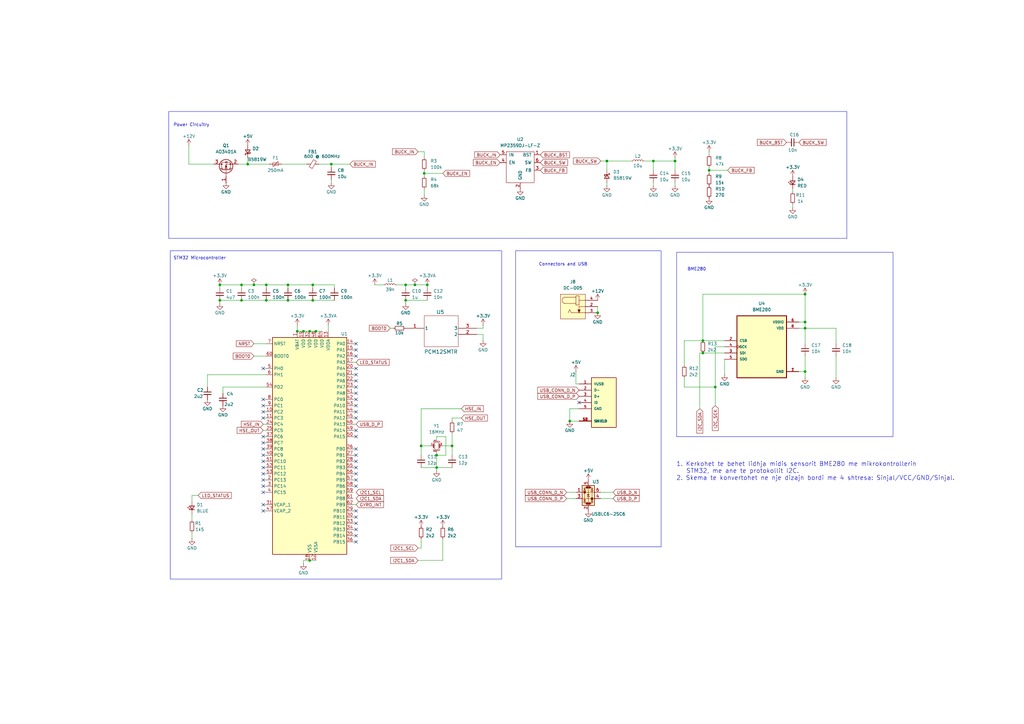
<source format=kicad_sch>
(kicad_sch (version 20250114) (generator "eeschema") (generator_version "9.0")
  (paper "A3")
  (rectangle (start 69.215 45.72) (end 347.345 97.79))
  (rectangle (start 277.495 103.505) (end 366.268 179.07))
  (rectangle (start 211.455 102.87) (end 271.145 224.282))
  (rectangle (start 69.85 102.87) (end 205.74 237.49))
  (text "1. Kerkohet te behet lidhja midis sensorit BME280 me mikrokontrollerin \n   STM32, me ane te protokollit I2C.\n2. Skema te konvertohet ne nje dizajn bordi me 4 shtresa: Sinjal/VCC/GND/Sinjal.\n" (at 277.368 193.294 0) (effects (font (size 1.778 1.778)) (justify left)))
  (text "BME280\n" (at 285.75 110.49 0) (effects (font (size 1.27 1.27))))
  (text "STM32 Microcontroller" (at 71.12 106.68 0) (effects (font (size 1.27 1.27)) (justify left bottom)))
  (text "Connectors and USB" (at 220.98 109.22 0) (effects (font (size 1.27 1.27)) (justify left bottom)))
  (text "Power Circuitry" (at 71.12 52.07 0) (effects (font (size 1.27 1.27)) (justify left bottom)))
  (junction (at 129.54 135.89))
  (junction (at 330.2 120.65))
  (junction (at 99.06 123.19))
  (junction (at 172.72 182.88))
  (junction (at 90.17 123.19))
  (junction (at 179.07 191.77))
  (junction (at 127 229.87))
  (junction (at 173.99 71.12))
  (junction (at 175.26 116.84))
  (junction (at 267.97 66.04))
  (junction (at 166.37 123.19))
  (junction (at 248.92 66.04))
  (junction (at 170.18 116.84))
  (junction (at 233.68 172.72))
  (junction (at 109.22 116.84))
  (junction (at 101.6 67.31))
  (junction (at 118.11 116.84))
  (junction (at 104.14 116.84))
  (junction (at 288.29 144.78))
  (junction (at 293.37 158.75))
  (junction (at 99.06 116.84))
  (junction (at 290.83 69.85))
  (junction (at 276.86 66.04))
  (junction (at 330.2 132.08))
  (junction (at 109.22 123.19))
  (junction (at 330.2 152.4))
  (junction (at 135.89 67.31))
  (junction (at 90.17 116.84))
  (junction (at 288.29 139.7))
  (junction (at 166.37 116.84))
  (junction (at 124.46 135.89))
  (junction (at 245.11 128.27))
  (junction (at 330.2 134.62))
  (junction (at 127 135.89))
  (junction (at 128.27 123.19))
  (junction (at 128.27 116.84))
  (junction (at 118.11 123.19))
  (junction (at 179.07 186.69))
  (junction (at 121.92 135.89))
  (junction (at 185.42 182.88))
  (no_connect (at 146.05 166.37))
  (no_connect (at 107.95 166.37))
  (no_connect (at 107.95 189.23))
  (no_connect (at 146.05 156.21))
  (no_connect (at 107.95 199.39))
  (no_connect (at 107.95 196.85))
  (no_connect (at 107.95 201.93))
  (no_connect (at 107.95 186.69))
  (no_connect (at 146.05 143.51))
  (no_connect (at 146.05 158.75))
  (no_connect (at 146.05 194.31))
  (no_connect (at 107.95 207.01))
  (no_connect (at 107.95 194.31))
  (no_connect (at 146.05 179.07))
  (no_connect (at 107.95 171.45))
  (no_connect (at 146.05 212.09))
  (no_connect (at 146.05 217.17))
  (no_connect (at 146.05 184.15))
  (no_connect (at 107.95 168.91))
  (no_connect (at 146.05 219.71))
  (no_connect (at 107.95 179.07))
  (no_connect (at 146.05 189.23))
  (no_connect (at 107.95 209.55))
  (no_connect (at 146.05 146.05))
  (no_connect (at 146.05 214.63))
  (no_connect (at 107.95 184.15))
  (no_connect (at 146.05 163.83))
  (no_connect (at 146.05 176.53))
  (no_connect (at 107.95 151.13))
  (no_connect (at 107.95 181.61))
  (no_connect (at 146.05 161.29))
  (no_connect (at 146.05 186.69))
  (no_connect (at 146.05 222.25))
  (no_connect (at 146.05 209.55))
  (no_connect (at 146.05 196.85))
  (no_connect (at 146.05 140.97))
  (no_connect (at 107.95 191.77))
  (no_connect (at 146.05 171.45))
  (no_connect (at 146.05 153.67))
  (no_connect (at 146.05 191.77))
  (no_connect (at 146.05 151.13))
  (no_connect (at 107.95 163.83))
  (no_connect (at 237.49 165.1))
  (no_connect (at 146.05 168.91))
  (no_connect (at 146.05 199.39))
  (wire (pts (xy 144.78 153.67) (xy 146.05 153.67)))
  (wire (pts (xy 107.95 201.93) (xy 109.22 201.93)))
  (wire (pts (xy 107.95 163.83) (xy 109.22 163.83)))
  (wire (pts (xy 107.95 207.01) (xy 109.22 207.01)))
  (wire (pts (xy 297.18 142.24) (xy 293.37 142.24)))
  (wire (pts (xy 172.72 167.64) (xy 172.72 182.88)))
  (wire (pts (xy 280.67 139.7) (xy 288.29 139.7)))
  (wire (pts (xy 90.17 116.84) (xy 90.17 118.11)))
  (wire (pts (xy 179.07 180.34) (xy 179.07 179.07)))
  (wire (pts (xy 185.42 177.8) (xy 185.42 182.88)))
  (wire (pts (xy 99.06 116.84) (xy 104.14 116.84)))
  (wire (pts (xy 146.05 161.29) (xy 144.78 161.29)))
  (wire (pts (xy 128.27 118.11) (xy 128.27 116.84)))
  (wire (pts (xy 146.05 163.83) (xy 144.78 163.83)))
  (wire (pts (xy 175.26 116.84) (xy 170.18 116.84)))
  (wire (pts (xy 146.05 148.59) (xy 144.78 148.59)))
  (wire (pts (xy 237.49 167.64) (xy 233.68 167.64)))
  (wire (pts (xy 121.92 135.89) (xy 124.46 135.89)))
  (wire (pts (xy 166.37 116.84) (xy 162.56 116.84)))
  (wire (pts (xy 107.95 171.45) (xy 109.22 171.45)))
  (wire (pts (xy 107.95 199.39) (xy 109.22 199.39)))
  (wire (pts (xy 107.95 196.85) (xy 109.22 196.85)))
  (wire (pts (xy 77.47 59.69) (xy 77.47 67.31)))
  (wire (pts (xy 290.83 63.5) (xy 290.83 62.23)))
  (wire (pts (xy 146.05 209.55) (xy 144.78 209.55)))
  (wire (pts (xy 330.2 152.4) (xy 330.2 146.05)))
  (wire (pts (xy 293.37 142.24) (xy 293.37 158.75)))
  (wire (pts (xy 288.29 139.7) (xy 297.18 139.7)))
  (wire (pts (xy 90.17 124.46) (xy 90.17 123.19)))
  (wire (pts (xy 81.28 203.2) (xy 78.74 203.2)))
  (wire (pts (xy 135.89 68.58) (xy 135.89 67.31)))
  (wire (pts (xy 233.68 172.72) (xy 237.49 172.72)))
  (wire (pts (xy 90.17 123.19) (xy 99.06 123.19)))
  (wire (pts (xy 297.18 147.32) (xy 297.18 153.67)))
  (wire (pts (xy 280.67 158.75) (xy 293.37 158.75)))
  (wire (pts (xy 107.95 181.61) (xy 109.22 181.61)))
  (wire (pts (xy 109.22 123.19) (xy 118.11 123.19)))
  (wire (pts (xy 290.83 69.85) (xy 290.83 71.12)))
  (wire (pts (xy 146.05 207.01) (xy 144.78 207.01)))
  (wire (pts (xy 179.07 193.04) (xy 179.07 191.77)))
  (wire (pts (xy 99.06 118.11) (xy 99.06 116.84)))
  (wire (pts (xy 173.99 71.12) (xy 173.99 69.85)))
  (wire (pts (xy 146.05 171.45) (xy 144.78 171.45)))
  (wire (pts (xy 107.95 179.07) (xy 109.22 179.07)))
  (wire (pts (xy 78.74 213.36) (xy 78.74 210.82)))
  (wire (pts (xy 198.12 137.16) (xy 195.58 137.16)))
  (wire (pts (xy 124.46 231.14) (xy 124.46 229.87)))
  (wire (pts (xy 248.92 69.85) (xy 248.92 66.04)))
  (wire (pts (xy 185.42 171.45) (xy 185.42 172.72)))
  (wire (pts (xy 248.92 66.04) (xy 246.38 66.04)))
  (wire (pts (xy 109.22 118.11) (xy 109.22 116.84)))
  (wire (pts (xy 181.61 71.12) (xy 173.99 71.12)))
  (wire (pts (xy 342.9 146.05) (xy 342.9 154.94)))
  (wire (pts (xy 144.78 151.13) (xy 146.05 151.13)))
  (wire (pts (xy 91.44 161.29) (xy 91.44 158.75)))
  (wire (pts (xy 146.05 196.85) (xy 144.78 196.85)))
  (wire (pts (xy 146.05 184.15) (xy 144.78 184.15)))
  (wire (pts (xy 195.58 134.62) (xy 198.12 134.62)))
  (wire (pts (xy 288.29 120.65) (xy 288.29 139.7)))
  (wire (pts (xy 104.14 146.05) (xy 109.22 146.05)))
  (wire (pts (xy 146.05 217.17) (xy 144.78 217.17)))
  (wire (pts (xy 330.2 132.08) (xy 330.2 134.62)))
  (wire (pts (xy 143.51 201.93) (xy 144.78 201.93)))
  (wire (pts (xy 325.12 78.74) (xy 325.12 77.47)))
  (wire (pts (xy 181.61 182.88) (xy 185.42 182.88)))
  (wire (pts (xy 171.45 229.87) (xy 181.61 229.87)))
  (wire (pts (xy 280.67 149.86) (xy 280.67 139.7)))
  (wire (pts (xy 276.86 64.77) (xy 276.86 66.04)))
  (wire (pts (xy 107.95 173.99) (xy 109.22 173.99)))
  (wire (pts (xy 245.11 125.73) (xy 245.11 128.27)))
  (wire (pts (xy 110.49 67.31) (xy 101.6 67.31)))
  (wire (pts (xy 173.99 80.01) (xy 173.99 77.47)))
  (wire (pts (xy 246.38 204.47) (xy 251.46 204.47)))
  (wire (pts (xy 146.05 199.39) (xy 144.78 199.39)))
  (wire (pts (xy 179.07 185.42) (xy 179.07 186.69)))
  (wire (pts (xy 107.95 166.37) (xy 109.22 166.37)))
  (wire (pts (xy 99.06 123.19) (xy 109.22 123.19)))
  (wire (pts (xy 146.05 222.25) (xy 144.78 222.25)))
  (wire (pts (xy 182.88 179.07) (xy 182.88 186.69)))
  (wire (pts (xy 181.61 229.87) (xy 181.61 220.98)))
  (wire (pts (xy 146.05 191.77) (xy 144.78 191.77)))
  (wire (pts (xy 87.63 67.31) (xy 77.47 67.31)))
  (wire (pts (xy 107.95 189.23) (xy 109.22 189.23)))
  (wire (pts (xy 146.05 194.31) (xy 144.78 194.31)))
  (wire (pts (xy 330.2 134.62) (xy 327.66 134.62)))
  (wire (pts (xy 280.67 154.94) (xy 280.67 158.75)))
  (wire (pts (xy 290.83 69.85) (xy 290.83 68.58)))
  (wire (pts (xy 342.9 134.62) (xy 330.2 134.62)))
  (wire (pts (xy 179.07 186.69) (xy 179.07 191.77)))
  (wire (pts (xy 276.86 66.04) (xy 267.97 66.04)))
  (wire (pts (xy 90.17 116.84) (xy 99.06 116.84)))
  (wire (pts (xy 104.14 140.97) (xy 109.22 140.97)))
  (wire (pts (xy 342.9 140.97) (xy 342.9 134.62)))
  (wire (pts (xy 107.95 168.91) (xy 109.22 168.91)))
  (wire (pts (xy 124.46 135.89) (xy 127 135.89)))
  (wire (pts (xy 85.09 158.75) (xy 85.09 153.67)))
  (wire (pts (xy 128.27 123.19) (xy 137.16 123.19)))
  (wire (pts (xy 109.22 116.84) (xy 118.11 116.84)))
  (wire (pts (xy 287.02 144.78) (xy 287.02 167.64)))
  (wire (pts (xy 146.05 166.37) (xy 144.78 166.37)))
  (wire (pts (xy 171.45 224.79) (xy 172.72 224.79)))
  (wire (pts (xy 143.51 67.31) (xy 135.89 67.31)))
  (wire (pts (xy 276.86 69.85) (xy 276.86 66.04)))
  (wire (pts (xy 170.18 116.84) (xy 166.37 116.84)))
  (wire (pts (xy 85.09 153.67) (xy 109.22 153.67)))
  (wire (pts (xy 97.79 67.31) (xy 101.6 67.31)))
  (wire (pts (xy 118.11 118.11) (xy 118.11 116.84)))
  (wire (pts (xy 78.74 220.98) (xy 78.74 218.44)))
  (wire (pts (xy 236.22 157.48) (xy 237.49 157.48)))
  (wire (pts (xy 134.62 133.35) (xy 134.62 135.89)))
  (wire (pts (xy 146.05 168.91) (xy 144.78 168.91)))
  (wire (pts (xy 287.02 144.78) (xy 288.29 144.78)))
  (wire (pts (xy 276.86 76.2) (xy 276.86 74.93)))
  (wire (pts (xy 146.05 186.69) (xy 144.78 186.69)))
  (wire (pts (xy 330.2 152.4) (xy 330.2 154.94)))
  (wire (pts (xy 171.45 62.23) (xy 173.99 62.23)))
  (wire (pts (xy 160.02 134.62) (xy 161.29 134.62)))
  (wire (pts (xy 172.72 167.64) (xy 189.23 167.64)))
  (wire (pts (xy 144.78 146.05) (xy 146.05 146.05)))
  (wire (pts (xy 330.2 140.97) (xy 330.2 134.62)))
  (wire (pts (xy 107.95 176.53) (xy 109.22 176.53)))
  (wire (pts (xy 330.2 152.4) (xy 327.66 152.4)))
  (wire (pts (xy 173.99 72.39) (xy 173.99 71.12)))
  (wire (pts (xy 182.88 186.69) (xy 179.07 186.69)))
  (wire (pts (xy 259.08 66.04) (xy 248.92 66.04)))
  (wire (pts (xy 233.68 167.64) (xy 233.68 172.72)))
  (wire (pts (xy 179.07 191.77) (xy 185.42 191.77)))
  (wire (pts (xy 78.74 203.2) (xy 78.74 205.74)))
  (wire (pts (xy 267.97 76.2) (xy 267.97 74.93)))
  (wire (pts (xy 298.45 69.85) (xy 290.83 69.85)))
  (wire (pts (xy 288.29 144.78) (xy 297.18 144.78)))
  (wire (pts (xy 107.95 186.69) (xy 109.22 186.69)))
  (wire (pts (xy 179.07 179.07) (xy 182.88 179.07)))
  (wire (pts (xy 236.22 152.4) (xy 236.22 157.48)))
  (wire (pts (xy 101.6 64.77) (xy 101.6 67.31)))
  (wire (pts (xy 118.11 116.84) (xy 128.27 116.84)))
  (wire (pts (xy 107.95 209.55) (xy 109.22 209.55)))
  (wire (pts (xy 144.78 143.51) (xy 146.05 143.51)))
  (wire (pts (xy 198.12 134.62) (xy 198.12 133.35)))
  (wire (pts (xy 246.38 201.93) (xy 251.46 201.93)))
  (wire (pts (xy 91.44 158.75) (xy 109.22 158.75)))
  (wire (pts (xy 172.72 186.69) (xy 172.72 182.88)))
  (wire (pts (xy 232.41 204.47) (xy 236.22 204.47)))
  (wire (pts (xy 127 135.89) (xy 129.54 135.89)))
  (wire (pts (xy 118.11 123.19) (xy 128.27 123.19)))
  (wire (pts (xy 146.05 212.09) (xy 144.78 212.09)))
  (wire (pts (xy 146.05 176.53) (xy 144.78 176.53)))
  (wire (pts (xy 166.37 124.46) (xy 166.37 123.19)))
  (wire (pts (xy 232.41 201.93) (xy 236.22 201.93)))
  (wire (pts (xy 173.99 62.23) (xy 173.99 64.77)))
  (wire (pts (xy 325.12 85.09) (xy 325.12 83.82)))
  (wire (pts (xy 330.2 120.65) (xy 288.29 120.65)))
  (wire (pts (xy 127 229.87) (xy 129.54 229.87)))
  (wire (pts (xy 129.54 135.89) (xy 132.08 135.89)))
  (wire (pts (xy 146.05 214.63) (xy 144.78 214.63)))
  (wire (pts (xy 146.05 173.99) (xy 144.78 173.99)))
  (wire (pts (xy 166.37 123.19) (xy 175.26 123.19)))
  (wire (pts (xy 124.46 229.87) (xy 127 229.87)))
  (wire (pts (xy 146.05 158.75) (xy 144.78 158.75)))
  (wire (pts (xy 107.95 194.31) (xy 109.22 194.31)))
  (wire (pts (xy 146.05 140.97) (xy 144.78 140.97)))
  (wire (pts (xy 175.26 118.11) (xy 175.26 116.84)))
  (wire (pts (xy 172.72 224.79) (xy 172.72 220.98)))
  (wire (pts (xy 189.23 171.45) (xy 185.42 171.45)))
  (wire (pts (xy 153.67 116.84) (xy 157.48 116.84)))
  (wire (pts (xy 146.05 189.23) (xy 144.78 189.23)))
  (wire (pts (xy 267.97 66.04) (xy 264.16 66.04)))
  (wire (pts (xy 172.72 182.88) (xy 176.53 182.88)))
  (wire (pts (xy 135.89 67.31) (xy 130.81 67.31)))
  (wire (pts (xy 146.05 156.21) (xy 144.78 156.21)))
  (wire (pts (xy 107.95 151.13) (xy 109.22 151.13)))
  (wire (pts (xy 137.16 116.84) (xy 137.16 118.11)))
  (wire (pts (xy 107.95 191.77) (xy 109.22 191.77)))
  (wire (pts (xy 248.92 76.2) (xy 248.92 74.93)))
  (wire (pts (xy 293.37 158.75) (xy 293.37 166.37)))
  (wire (pts (xy 179.07 191.77) (xy 172.72 191.77)))
  (wire (pts (xy 267.97 69.85) (xy 267.97 66.04)))
  (wire (pts (xy 121.92 133.35) (xy 121.92 135.89)))
  (wire (pts (xy 104.14 116.84) (xy 109.22 116.84)))
  (wire (pts (xy 146.05 179.07) (xy 144.78 179.07)))
  (wire (pts (xy 135.89 74.93) (xy 135.89 73.66)))
  (wire (pts (xy 327.66 132.08) (xy 330.2 132.08)))
  (wire (pts (xy 107.95 184.15) (xy 109.22 184.15)))
  (wire (pts (xy 146.05 219.71) (xy 144.78 219.71)))
  (wire (pts (xy 166.37 118.11) (xy 166.37 116.84)))
  (wire (pts (xy 185.42 186.69) (xy 185.42 182.88)))
  (wire (pts (xy 115.57 67.31) (xy 125.73 67.31)))
  (wire (pts (xy 330.2 132.08) (xy 330.2 120.65)))
  (wire (pts (xy 128.27 116.84) (xy 137.16 116.84)))
  (wire (pts (xy 198.12 139.7) (xy 198.12 137.16)))
  (global_label "BUCK_SW" (shape input) (at 327.66 58.42 0) (property "Intersheetrefs" "${INTERSHEET_REFS}" (effects (hide yes))))
  (global_label "I2C_SCK" (shape input) (at 293.37 166.37 270) (property "Intersheetrefs" "${INTERSHEET_REFS}" (effects (hide yes))))
  (global_label "I2C1_SDA" (shape input) (at 171.45 229.87 180) (property "Intersheetrefs" "${INTERSHEET_REFS}" (effects (hide yes))))
  (global_label "USB_D_N" (shape input) (at 251.46 201.93 0) (property "Intersheetrefs" "${INTERSHEET_REFS}" (effects (hide yes))))
  (global_label "BOOT0" (shape input) (at 160.02 134.62 180) (property "Intersheetrefs" "${INTERSHEET_REFS}" (effects (hide yes))))
  (global_label "HSE_IN" (shape input) (at 107.95 173.99 180) (property "Intersheetrefs" "${INTERSHEET_REFS}" (effects (hide yes))))
  (global_label "HSE_OUT" (shape input) (at 107.95 176.53 180) (property "Intersheetrefs" "${INTERSHEET_REFS}" (effects (hide yes))))
  (global_label "BOOT0" (shape input) (at 104.14 146.05 180) (property "Intersheetrefs" "${INTERSHEET_REFS}" (effects (hide yes))))
  (global_label "I2C1_SCL" (shape input) (at 146.05 201.93 0) (property "Intersheetrefs" "${INTERSHEET_REFS}" (effects (hide yes))))
  (global_label "BUCK_EN" (shape input) (at 181.61 71.12 0) (property "Intersheetrefs" "${INTERSHEET_REFS}" (effects (hide yes))))
  (global_label "USB_CONN_D_N" (shape input) (at 232.41 201.93 180) (property "Intersheetrefs" "${INTERSHEET_REFS}" (effects (hide yes))))
  (global_label "I2C1_SDA" (shape input) (at 146.05 204.47 0) (property "Intersheetrefs" "${INTERSHEET_REFS}" (effects (hide yes))))
  (global_label "GYRO_INT" (shape input) (at 146.05 207.01 0) (property "Intersheetrefs" "${INTERSHEET_REFS}" (effects (hide yes))))
  (global_label "USB_CONN_D_P" (shape input) (at 232.41 204.47 180) (property "Intersheetrefs" "${INTERSHEET_REFS}" (effects (hide yes))))
  (global_label "BUCK_BST" (shape input) (at 322.58 58.42 180) (property "Intersheetrefs" "${INTERSHEET_REFS}" (effects (hide yes))))
  (global_label "LED_STATUS" (shape input) (at 146.05 148.59 0) (property "Intersheetrefs" "${INTERSHEET_REFS}" (effects (hide yes))))
  (global_label "BUCK_IN" (shape input) (at 143.51 67.31 0) (property "Intersheetrefs" "${INTERSHEET_REFS}" (effects (hide yes))))
  (global_label "I2C1_SCL" (shape input) (at 171.45 224.79 180) (property "Intersheetrefs" "${INTERSHEET_REFS}" (effects (hide yes))))
  (global_label "BUCK_SW" (shape input) (at 221.615 66.675 0) (property "Intersheetrefs" "${INTERSHEET_REFS}" (effects (hide yes))))
  (global_label "HSE_IN" (shape input) (at 189.23 167.64 0) (property "Intersheetrefs" "${INTERSHEET_REFS}" (effects (hide yes))))
  (global_label "NRST" (shape input) (at 104.14 140.97 180) (property "Intersheetrefs" "${INTERSHEET_REFS}" (effects (hide yes))))
  (global_label "I2C_SDA" (shape input) (at 287.02 167.64 270) (property "Intersheetrefs" "${INTERSHEET_REFS}" (effects (hide yes))))
  (global_label "LED_STATUS" (shape input) (at 81.28 203.2 0) (property "Intersheetrefs" "${INTERSHEET_REFS}" (effects (hide yes))))
  (global_label "BUCK_IN" (shape input) (at 171.45 62.23 180) (property "Intersheetrefs" "${INTERSHEET_REFS}" (effects (hide yes))))
  (global_label "HSE_OUT" (shape input) (at 189.23 171.45 0) (property "Intersheetrefs" "${INTERSHEET_REFS}" (effects (hide yes))))
  (global_label "BUCK_SW" (shape input) (at 246.38 66.04 180) (property "Intersheetrefs" "${INTERSHEET_REFS}" (effects (hide yes))))
  (global_label "USB_CONN_D_P" (shape input) (at 237.49 162.56 180) (property "Intersheetrefs" "${INTERSHEET_REFS}" (effects (hide yes))))
  (global_label "BUCK_FB" (shape input) (at 221.615 69.85 0) (property "Intersheetrefs" "${INTERSHEET_REFS}" (effects (hide yes))))
  (global_label "USB_D_P" (shape input) (at 146.05 173.99 0) (property "Intersheetrefs" "${INTERSHEET_REFS}" (effects (hide yes))))
  (global_label "USB_CONN_D_N" (shape input) (at 237.49 160.02 180) (property "Intersheetrefs" "${INTERSHEET_REFS}" (effects (hide yes))))
  (global_label "USB_D_P" (shape input) (at 251.46 204.47 0) (property "Intersheetrefs" "${INTERSHEET_REFS}" (effects (hide yes))))
  (global_label "BUCK_BST" (shape input) (at 221.615 63.5 0) (property "Intersheetrefs" "${INTERSHEET_REFS}" (effects (hide yes))))
  (global_label "BUCK_EN" (shape input) (at 205.105 66.675 180) (property "Intersheetrefs" "${INTERSHEET_REFS}" (effects (hide yes))))
  (global_label "BUCK_FB" (shape input) (at 298.45 69.85 0) (property "Intersheetrefs" "${INTERSHEET_REFS}" (effects (hide yes))))
  (global_label "BUCK_IN" (shape input) (at 205.105 63.5 180) (property "Intersheetrefs" "${INTERSHEET_REFS}" (effects (hide yes))))
  (symbol (lib_id "Device:D_Schottky_Small") (at 101.6 62.23 90) (unit 1)
    (property "Reference" "D2" (at 103.505 60.96 90) (effects (justify right)))
    (property "Value" "B5819W" (at 101.6 65.405 90) (effects (justify right)))
    (property "Footprint" "Diode_SMD:D_SOD-123" (effects (hide yes)))
    (property "LCSC Part #" "C8598" (effects (hide yes)))
  )
  (symbol (lib_id "Device:C_Small") (at 325.12 58.42 270) (unit 1)
    (property "Reference" "C16" (at 323.85 55.245 90) (effects (justify left)))
    (property "Value" "10n" (at 323.215 61.595 90) (effects (justify left)))
    (property "Footprint" "Capacitor_SMD:C_0603_1608Metric" (effects (hide yes)))
    (property "LCSC Part #" "C57112" (effects (hide yes)))
  )
  (symbol (lib_id "power:GND") (at 233.68 172.72 0) (unit 1)
    (property "Reference" "#PWR027" (effects (hide yes)))
    (property "Value" "GND" (at 233.68 176.53 0))
  )
  (symbol (lib_id "Device:C_Small") (at 342.9 143.51 0) (unit 1)
    (property "Reference" "C18" (at 345.44 141.605 0) (effects (justify left)))
    (property "Value" "10n" (at 345.44 144.145 0) (effects (justify left)))
    (property "Footprint" "Capacitor_SMD:C_0402_1005Metric" (effects (hide yes)))
    (property "LCSC Part #" "C1547" (effects (hide yes)))
  )
  (symbol (lib_id "Device:C_Small") (at 185.42 189.23 0) (unit 1)
    (property "Reference" "C13" (at 187.96 187.325 0) (effects (justify left)))
    (property "Value" "12p" (at 187.96 189.865 0) (effects (justify left)))
    (property "Footprint" "Capacitor_SMD:C_0402_1005Metric" (effects (hide yes)))
    (property "LCSC Part #" "C1547" (effects (hide yes)))
  )
  (symbol (lib_id "power:+3.3V") (at 90.17 116.84 0) (unit 1)
    (property "Reference" "#PWR03" (effects (hide yes)))
    (property "Value" "+3.3V" (at 90.17 113.03 0))
  )
  (symbol (lib_id "Device:C_Small") (at 137.16 120.65 0) (unit 1)
    (property "Reference" "C9" (at 139.7 119.38 0) (effects (justify left)))
    (property "Value" "100n" (at 139.7 121.92 0) (effects (justify left)))
    (property "Footprint" "Capacitor_SMD:C_0402_1005Metric" (effects (hide yes)))
    (property "LCSC Part #" "C1525" (effects (hide yes)))
  )
  (symbol (lib_id "power:GND") (at 90.17 124.46 0) (unit 1)
    (property "Reference" "#PWR04" (effects (hide yes)))
    (property "Value" "GND" (at 90.17 128.27 0))
  )
  (symbol (lib_id "Device:R_Small") (at 173.99 67.31 0) (unit 1)
    (property "Reference" "R3" (at 176.53 66.04 0) (effects (justify left)))
    (property "Value" "100k" (at 176.53 68.58 0) (effects (justify left)))
    (property "Footprint" "Resistor_SMD:R_0603_1608Metric" (effects (hide yes)))
    (property "LCSC Part #" "C25803" (effects (hide yes)))
  )
  (symbol (lib_id "power:GND") (at 248.92 76.2 0) (unit 1)
    (property "Reference" "#PWR029" (effects (hide yes)))
    (property "Value" "GND" (at 248.92 80.01 0))
  )
  (symbol (lib_id "power:+3.3V") (at 276.86 64.77 0) (unit 1)
    (property "Reference" "#PWR031" (effects (hide yes)))
    (property "Value" "+3.3V" (at 276.86 60.96 0))
  )
  (symbol (lib_id "Device:R_Small") (at 181.61 218.44 0) (unit 1)
    (property "Reference" "R6" (at 183.515 217.17 0) (effects (justify left)))
    (property "Value" "2k2" (at 183.515 219.71 0) (effects (justify left)))
    (property "Footprint" "Resistor_SMD:R_0402_1005Metric" (effects (hide yes)))
    (property "LCSC Part #" "C25879" (effects (hide yes)))
  )
  (symbol (lib_id "SchmillipKiCADLibrary:MP2359DJ-LF-Z") (at 213.36 69.85 0) (unit 1)
    (property "Reference" "U2" (at 213.36 57.15 0))
    (property "Value" "MP2359DJ-LF-Z" (at 213.36 59.69 0))
    (property "Footprint" "Package_TO_SOT_SMD:SOT-23-6" (effects (hide yes)))
    (property "LCSC Part #" "C14259" (effects (hide yes)))
  )
  (symbol (lib_id "power:GND") (at 166.37 124.46 0) (unit 1)
    (property "Reference" "#PWR014" (effects (hide yes)))
    (property "Value" "GND" (at 166.37 128.27 0))
  )
  (symbol (lib_id "Device:L_Small") (at 261.62 66.04 90) (unit 1)
    (property "Reference" "L2" (at 261.62 64.135 90))
    (property "Value" "10u" (at 261.62 67.945 90))
    (property "Footprint" "SPM6530T-100M-HZ:IND_SPM6530T-100M-HZ" (effects (hide yes)))
    (property "Description" "TDK SPM6530T-100M-HZ" (effects (hide yes)))
    (property "LCSC Part #" "C360728" (effects (hide yes)))
  )
  (symbol (lib_id "Device:R_Small") (at 280.67 152.4 0) (unit 1)
    (property "Reference" "R12" (at 282.575 151.13 0) (effects (justify left)))
    (property "Value" "2k2" (at 282.575 153.67 0) (effects (justify left)))
    (property "Footprint" "Resistor_SMD:R_0402_1005Metric" (effects (hide yes)))
    (property "LCSC Part #" "C25879" (effects (hide yes)))
  )
  (symbol (lib_id "power:+12V") (at 77.47 59.69 0) (unit 1)
    (property "Reference" "#PWR01" (effects (hide yes)))
    (property "Value" "+12V" (at 77.47 55.88 0))
  )
  (symbol (lib_id "power:GND") (at 135.89 74.93 0) (unit 1)
    (property "Reference" "#PWR012" (effects (hide yes)))
    (property "Value" "GND" (at 135.89 78.74 0))
  )
  (symbol (lib_id "power:GND") (at 91.44 166.37 0) (unit 1)
    (property "Reference" "#PWR07" (effects (hide yes)))
    (property "Value" "GND" (at 91.44 170.18 0))
  )
  (symbol (lib_id "Device:C_Small") (at 128.27 120.65 0) (unit 1)
    (property "Reference" "C7" (at 130.81 119.38 0) (effects (justify left)))
    (property "Value" "100n" (at 130.81 121.92 0) (effects (justify left)))
    (property "Footprint" "Capacitor_SMD:C_0402_1005Metric" (effects (hide yes)))
    (property "LCSC Part #" "C1525" (effects (hide yes)))
  )
  (symbol (lib_id "Device:C_Small") (at 267.97 72.39 0) (unit 1)
    (property "Reference" "C14" (at 270.51 71.12 0) (effects (justify left)))
    (property "Value" "10u" (at 270.51 73.66 0) (effects (justify left)))
    (property "Footprint" "Capacitor_SMD:C_1206_3216Metric" (effects (hide yes)))
    (property "LCSC Part #" "C13585" (effects (hide yes)))
  )
  (symbol (lib_id "Device:C_Small") (at 109.22 120.65 0) (unit 1)
    (property "Reference" "C5" (at 111.76 119.38 0) (effects (justify left)))
    (property "Value" "100n" (at 111.76 121.92 0) (effects (justify left)))
    (property "Footprint" "Capacitor_SMD:C_0402_1005Metric" (effects (hide yes)))
    (property "LCSC Part #" "C1525" (effects (hide yes)))
  )
  (symbol (lib_id "Device:Polyfuse_Small") (at 113.03 67.31 270) (unit 1)
    (property "Reference" "F1" (at 113.03 64.77 90))
    (property "Value" "250mA" (at 113.03 69.85 90))
    (property "Footprint" "Fuse:Fuse_1206_3216Metric" (effects (hide yes)))
    (property "LCSC Part #" "C369159" (effects (hide yes)))
  )
  (symbol (lib_id "Device:Ferrite_Bead_Small") (at 128.27 67.31 270) (unit 1)
    (property "Reference" "FB1" (at 128.27 62.23 90))
    (property "Value" "600 @ 600MHz" (at 132.08 64.135 90))
    (property "Footprint" "Inductor_SMD:L_0805_2012Metric" (effects (hide yes)))
    (property "LCSC Part #" "C1017" (effects (hide yes)))
  )
  (symbol (lib_id "power:+5V") (at 236.22 152.4 0) (unit 1)
    (property "Reference" "#PWR028" (effects (hide yes)))
    (property "Value" "+5V" (at 236.22 148.59 0))
  )
  (symbol (lib_id "Device:R_Small") (at 185.42 175.26 0) (unit 1)
    (property "Reference" "R7" (at 187.325 173.99 0) (effects (justify left)))
    (property "Value" "47" (at 187.325 176.53 0) (effects (justify left)))
    (property "Footprint" "Resistor_SMD:R_0402_1005Metric" (effects (hide yes)))
    (property "LCSC Part #" "C25118" (effects (hide yes)))
  )
  (symbol (lib_id "power:GND") (at 297.18 153.67 0) (unit 1)
    (property "Reference" "#PWR034" (effects (hide yes)))
    (property "Value" "GND" (at 297.18 157.48 0))
  )
  (symbol (lib_id "power:GND") (at 198.12 139.7 0) (unit 1)
    (property "Reference" "#PWR021" (effects (hide yes)))
    (property "Value" "GND" (at 198.12 143.51 0))
  )
  (symbol (lib_id "power:GND") (at 85.09 163.83 0) (unit 1)
    (property "Reference" "#PWR05" (effects (hide yes)))
    (property "Value" "GND" (at 85.09 167.64 0))
  )
  (symbol (lib_id "power:+3.3V") (at 181.61 215.9 0) (unit 1)
    (property "Reference" "#PWR019" (effects (hide yes)))
    (property "Value" "+3.3V" (at 181.61 212.09 0))
  )
  (symbol (lib_id "Device:C_Small") (at 175.26 120.65 0) (unit 1)
    (property "Reference" "C12" (at 177.8 119.38 0) (effects (justify left)))
    (property "Value" "10n" (at 177.8 121.92 0) (effects (justify left)))
    (property "Footprint" "Capacitor_SMD:C_0402_1005Metric" (effects (hide yes)))
    (property "LCSC Part #" "C15195" (effects (hide yes)))
  )
  (symbol (lib_id "power:GND") (at 267.97 76.2 0) (unit 1)
    (property "Reference" "#PWR030" (effects (hide yes)))
    (property "Value" "GND" (at 267.97 80.01 0))
  )
  (symbol (lib_id "power:GND") (at 124.46 231.14 0) (unit 1)
    (property "Reference" "#PWR010" (effects (hide yes)))
    (property "Value" "GND" (at 124.46 234.95 0))
  )
  (symbol (lib_id "10118193-0001LF:10118193-0001LF") (at 247.65 165.1 0) (unit 1)
    (property "Reference" "J2" (at 233.68 153.6699 0) (effects (justify left)))
    (property "Value" "10118193-0001LF" (effects (hide yes)))
    (property "Footprint" "10118193-0001LF:AMPHENOL_10118193-0001LF" (effects (hide yes)))
    (property "MF" "AMPHENOL ICC / FCI" (effects (hide yes)))
    (property "MAXIMUM_PACKAGE_HEIGHT" "2.55 mm" (effects (hide yes)))
    (property "Package" "None" (effects (hide yes)))
    (property "Price" "None" (effects (hide yes)))
    (property "Check_prices" "https://www.snapeda.com/parts/10118193-0001LF/Amphenol/view-part/?ref=eda" (effects (hide yes)))
    (property "STANDARD" "Manufacturer Recommendations" (effects (hide yes)))
    (property "PARTREV" "E" (effects (hide yes)))
    (property "SnapEDA_Link" "https://www.snapeda.com/parts/10118193-0001LF/Amphenol/view-part/?ref=snap" (effects (hide yes)))
    (property "MP" "10118193-0001LF" (effects (hide yes)))
    (property "Description_1" "\n                        \n                            Right Angle Surface Mount Mount Female USB Connector 100 V ac 1.8A | Amphenol FCI (Amphenol CS) 10118193-0001LF\n                        \n" (effects (hide yes)))
    (property "Availability" "In Stock" (effects (hide yes)))
    (property "MANUFACTURER" "Amphenol FCI" (effects (hide yes)))
  )
  (symbol (lib_id "power:PWR_FLAG") (at 104.14 116.84 0) (unit 1)
    (property "Reference" "#FLG01" (effects (hide yes)))
    (property "Value" "PWR_FLAG" (effects (hide yes)))
    (property "Description" "Special symbol for telling ERC where power comes from" (effects (hide yes)))
  )
  (symbol (lib_id "Device:C_Small") (at 85.09 161.29 0) (unit 1)
    (property "Reference" "C2" (at 80.772 160.02 0) (effects (justify left)))
    (property "Value" "2u2" (at 79.502 162.56 0) (effects (justify left)))
    (property "Footprint" "Capacitor_SMD:C_0603_1608Metric" (effects (hide yes)))
    (property "LCSC Part #" "C23630" (effects (hide yes)))
  )
  (symbol (lib_id "Device:LED_Small") (at 78.74 208.28 90) (unit 1)
    (property "Reference" "D1" (at 80.645 207.01 90) (effects (justify right)))
    (property "Value" "BLUE" (at 80.645 209.55 90) (effects (justify right)))
    (property "Footprint" "LED_SMD:LED_0603_1608Metric" (effects (hide yes)))
    (property "LCSC Part #" "C72041" (effects (hide yes)))
  )
  (symbol (lib_id "Device:R_Small") (at 325.12 81.28 180) (unit 1)
    (property "Reference" "R11" (at 328.295 80.01 0))
    (property "Value" "1k" (at 328.295 82.55 0))
    (property "Footprint" "Resistor_SMD:R_0603_1608Metric" (effects (hide yes)))
    (property "LCSC Part #" "C21190" (effects (hide yes)))
  )
  (symbol (lib_id "Device:L_Small") (at 160.02 116.84 90) (unit 1)
    (property "Reference" "L1" (at 160.02 114.935 90))
    (property "Value" "39n" (at 160.02 118.745 90))
    (property "Footprint" "Inductor_SMD:L_0402_1005Metric" (effects (hide yes)))
    (property "LCSC Part #" "C26443" (effects (hide yes)))
  )
  (symbol (lib_id "Device:R_Small") (at 288.29 142.24 0) (unit 1)
    (property "Reference" "R13" (at 290.195 140.97 0) (effects (justify left)))
    (property "Value" "2k2" (at 290.195 143.51 0) (effects (justify left)))
    (property "Footprint" "Resistor_SMD:R_0402_1005Metric" (effects (hide yes)))
    (property "LCSC Part #" "C25879" (effects (hide yes)))
  )
  (symbol (lib_id "power:+3.3V") (at 290.83 62.23 0) (unit 1)
    (property "Reference" "#PWR037" (effects (hide yes)))
    (property "Value" "+3.3V" (at 290.83 58.42 0))
  )
  (symbol (lib_id "power:+3.3VA") (at 134.62 133.35 0) (unit 1)
    (property "Reference" "#PWR011" (effects (hide yes)))
    (property "Value" "+3.3VA" (at 134.62 129.54 0))
  )
  (symbol (lib_id "power:GND") (at 330.2 154.94 0) (unit 1)
    (property "Reference" "#PWR025" (effects (hide yes)))
    (property "Value" "GND" (at 330.2 158.75 0))
  )
  (symbol (lib_id "power:GND") (at 245.11 128.27 0) (unit 1)
    (property "Reference" "#PWR024" (effects (hide yes)))
    (property "Value" "GND" (at 245.11 132.08 0))
  )
  (symbol (lib_id "Device:R_Small") (at 290.83 66.04 0) (unit 1)
    (property "Reference" "R8" (at 293.37 64.77 0) (effects (justify left)))
    (property "Value" "47k" (at 293.37 67.31 0) (effects (justify left)))
    (property "Footprint" "Resistor_SMD:R_0603_1608Metric" (effects (hide yes)))
    (property "LCSC Part #" "C25819" (effects (hide yes)))
  )
  (symbol (lib_id "Device:C_Small") (at 330.2 143.51 0) (unit 1)
    (property "Reference" "C17" (at 332.74 141.605 0) (effects (justify left)))
    (property "Value" "10n" (at 332.74 144.145 0) (effects (justify left)))
    (property "Footprint" "Capacitor_SMD:C_0402_1005Metric" (effects (hide yes)))
    (property "LCSC Part #" "C1547" (effects (hide yes)))
  )
  (symbol (lib_id "Device:C_Small") (at 172.72 189.23 0) (unit 1)
    (property "Reference" "C11" (at 175.26 187.325 0) (effects (justify left)))
    (property "Value" "12p" (at 175.26 189.865 0) (effects (justify left)))
    (property "Footprint" "Capacitor_SMD:C_0402_1005Metric" (effects (hide yes)))
    (property "LCSC Part #" "C1547" (effects (hide yes)))
  )
  (symbol (lib_id "power:+3.3VA") (at 175.26 116.84 0) (unit 1)
    (property "Reference" "#PWR017" (effects (hide yes)))
    (property "Value" "+3.3VA" (at 175.26 113.03 0))
  )
  (symbol (lib_id "power:+3.3V") (at 325.12 72.39 0) (unit 1)
    (property "Reference" "#PWR042" (effects (hide yes)))
    (property "Value" "+3.3V" (at 325.12 68.58 0))
  )
  (symbol (lib_id "Device:C_Small") (at 118.11 120.65 0) (unit 1)
    (property "Reference" "C6" (at 120.65 119.38 0) (effects (justify left)))
    (property "Value" "100n" (at 120.65 121.92 0) (effects (justify left)))
    (property "Footprint" "Capacitor_SMD:C_0402_1005Metric" (effects (hide yes)))
    (property "LCSC Part #" "C1525" (effects (hide yes)))
  )
  (symbol (lib_id "power:+5V") (at 101.6 59.69 0) (unit 1)
    (property "Reference" "#PWR08" (effects (hide yes)))
    (property "Value" "+5V" (at 101.6 55.88 0))
  )
  (symbol (lib_id "Device:C_Small") (at 166.37 120.65 0) (unit 1)
    (property "Reference" "C10" (at 168.91 119.38 0) (effects (justify left)))
    (property "Value" "1u" (at 168.91 121.92 0) (effects (justify left)))
    (property "Footprint" "Capacitor_SMD:C_0402_1005Metric" (effects (hide yes)))
    (property "LCSC Part #" "C52923" (effects (hide yes)))
  )
  (symbol (lib_id "power:+5V") (at 241.3 196.85 0) (unit 1)
    (property "Reference" "#PWR039" (effects (hide yes)))
    (property "Value" "+5V" (at 241.3 193.04 0))
  )
  (symbol (lib_id "power:GND") (at 276.86 76.2 0) (unit 1)
    (property "Reference" "#PWR032" (effects (hide yes)))
    (property "Value" "GND" (at 276.86 80.01 0))
  )
  (symbol (lib_id "Power_Protection:USBLC6-2SC6") (at 241.3 201.93 0) (unit 1)
    (property "Reference" "U3" (at 244.348 197.612 0))
    (property "Value" "USBLC6-2SC6" (at 249.555 210.82 0))
    (property "Footprint" "Package_TO_SOT_SMD:SOT-23-6" (effects (hide yes)))
    (property "Datasheet" "https://www.st.com/resource/en/datasheet/usblc6-2.pdf" (effects (hide yes)))
    (property "LCSC Part #" "C7519" (effects (hide yes)))
  )
  (symbol (lib_id "2024-11-09_23-25-21:PCM12SMTR") (at 166.37 134.62 0) (unit 1)
    (property "Reference" "U5" (at 180.594 128.016 0) (effects (font (size 1.524 1.524))))
    (property "Value" "PCM12SMTR" (at 180.848 144.272 0) (effects (font (size 1.524 1.524))))
    (property "Footprint" "KiCad:PCM12SMTR" (effects (hide yes)))
    (property "Datasheet" "PCM12SMTR" (effects (hide yes)))
  )
  (symbol (lib_id "MCU_ST_STM32F4:STM32F405RGTx") (at 127 184.15 0) (unit 1)
    (property "Reference" "U1" (at 141.224 136.906 0))
    (property "Value" "STM32F405RGT6" (effects (hide yes)))
    (property "Footprint" "Package_QFP:LQFP-64_10x10mm_P0.5mm" (effects (hide yes)))
    (property "Datasheet" "http://www.st.com/st-web-ui/static/active/en/resource/technical/document/datasheet/DM00037051.pdf" (effects (hide yes)))
    (property "LCSC Part #" "C15742" (effects (hide yes)))
  )
  (symbol (lib_id "power:+3.3V") (at 153.67 116.84 0) (unit 1)
    (property "Reference" "#PWR013" (effects (hide yes)))
    (property "Value" "+3.3V" (at 153.67 113.03 0))
  )
  (symbol (lib_id "power:+5V") (at 330.2 120.65 0) (unit 1)
    (property "Reference" "#PWR033" (effects (hide yes)))
    (property "Value" "+3.3V" (at 330.2 116.84 0))
  )
  (symbol (lib_id "power:+3.3V") (at 121.92 133.35 0) (unit 1)
    (property "Reference" "#PWR09" (effects (hide yes)))
    (property "Value" "+3.3V" (at 121.92 129.54 0))
  )
  (symbol (lib_id "Device:R_Small") (at 290.83 73.66 0) (unit 1)
    (property "Reference" "R9" (at 293.37 72.39 0) (effects (justify left)))
    (property "Value" "15k" (at 293.37 74.93 0) (effects (justify left)))
    (property "Footprint" "Resistor_SMD:R_0603_1608Metric" (effects (hide yes)))
    (property "LCSC Part #" "C22809" (effects (hide yes)))
  )
  (symbol (lib_id "Device:R_Small") (at 173.99 74.93 0) (unit 1)
    (property "Reference" "R4" (at 176.53 73.66 0) (effects (justify left)))
    (property "Value" "68k" (at 176.53 76.2 0) (effects (justify left)))
    (property "Footprint" "Resistor_SMD:R_0603_1608Metric" (effects (hide yes)))
    (property "LCSC Part #" "C23231" (effects (hide yes)))
  )
  (symbol (lib_id "Device:C_Small") (at 135.89 71.12 0) (unit 1)
    (property "Reference" "C8" (at 138.43 69.85 0) (effects (justify left)))
    (property "Value" "10u" (at 138.43 72.39 0) (effects (justify left)))
    (property "Footprint" "Capacitor_SMD:C_1206_3216Metric" (effects (hide yes)))
    (property "LCSC Part #" "C13585" (effects (hide yes)))
  )
  (symbol (lib_id "power:GND") (at 290.83 81.28 0) (unit 1)
    (property "Reference" "#PWR038" (effects (hide yes)))
    (property "Value" "GND" (at 290.83 85.09 0))
  )
  (symbol (lib_id "power:+3.3V") (at 172.72 215.9 0) (unit 1)
    (property "Reference" "#PWR015" (effects (hide yes)))
    (property "Value" "+3.3V" (at 172.72 212.09 0))
  )
  (symbol (lib_id "power:GND") (at 213.36 77.47 0) (unit 1)
    (property "Reference" "#PWR022" (effects (hide yes)))
    (property "Value" "GND" (at 213.36 81.28 0))
  )
  (symbol (lib_id "power:GND") (at 92.71 74.93 0) (unit 1)
    (property "Reference" "#PWR06" (effects (hide yes)))
    (property "Value" "GND" (at 92.71 78.74 0))
  )
  (symbol (lib_id "Device:C_Small") (at 276.86 72.39 0) (unit 1)
    (property "Reference" "C15" (at 279.4 71.12 0) (effects (justify left)))
    (property "Value" "10u" (at 279.4 73.66 0) (effects (justify left)))
    (property "Footprint" "Capacitor_SMD:C_1206_3216Metric" (effects (hide yes)))
    (property "LCSC Part #" "C13585" (effects (hide yes)))
  )
  (symbol (lib_id "DC-005:DC-005") (at 234.95 125.73 0) (unit 1)
    (property "Reference" "J8" (at 234.95 115.57 0))
    (property "Value" "DC-005" (at 234.95 118.11 0))
    (property "Footprint" "DC-005:NINIGI_DC-005" (effects (hide yes)))
    (property "MF" "Best Inc." (effects (hide yes)))
    (property "DESCRIPTION" "Conn Dc Power Jack 2.1mm" (effects (hide yes)))
    (property "PACKAGE" "None" (effects (hide yes)))
    (property "PRICE" "None" (effects (hide yes)))
    (property "Package" "DC Power Jack Best Inc." (effects (hide yes)))
    (property "Check_prices" "https://www.snapeda.com/parts/DC-005/Best+Inc./view-part/?ref=eda" (effects (hide yes)))
    (property "Price" "None" (effects (hide yes)))
    (property "SnapEDA_Link" "https://www.snapeda.com/parts/DC-005/Best+Inc./view-part/?ref=snap" (effects (hide yes)))
    (property "MP" "DC-005" (effects (hide yes)))
    (property "Availability" "Not in stock" (effects (hide yes)))
    (property "AVAILABILITY" "Unavailable" (effects (hide yes)))
    (property "Description_1" "\n                        \n                            6.4x14.2x9.0mm Power DC Receptacle\n                        \n" (effects (hide yes)))
  )
  (symbol (lib_id "power:GND") (at 325.12 85.09 0) (unit 1)
    (property "Reference" "#PWR043" (effects (hide yes)))
    (property "Value" "GND" (at 325.12 88.9 0))
  )
  (symbol (lib_id "Device:D_Schottky_Small") (at 248.92 72.39 270) (unit 1)
    (property "Reference" "D3" (at 251.46 70.485 90) (effects (justify left)))
    (property "Value" "B5819W" (at 251.46 73.025 90) (effects (justify left)))
    (property "Footprint" "Diode_SMD:D_SOD-123" (effects (hide yes)))
    (property "LCSC Part #" "C8598" (effects (hide yes)))
  )
  (symbol (lib_id "power:GND") (at 173.99 80.01 0) (unit 1)
    (property "Reference" "#PWR016" (effects (hide yes)))
    (property "Value" "GND" (at 173.99 83.82 0))
  )
  (symbol (lib_id "BME280:BME280") (at 312.42 142.24 0) (unit 1)
    (property "Reference" "U4" (at 312.42 124.46 0))
    (property "Value" "BME280" (at 312.42 127 0))
    (property "Footprint" "BME280:PSON65P250X250X100-8N" (effects (hide yes)))
    (property "MF" "Bosch" (effects (hide yes)))
    (property "DESCRIPTION" "Integrated pressure, humidity and temperature sensor; 8-pin 2.5x2.5x0.93mm LGA" (effects (hide yes)))
    (property "PACKAGE" "LGA-8 Bosch" (effects (hide yes)))
    (property "PRICE" "4.94 USD" (effects (hide yes)))
    (property "Package" "LGA-8 Bosch" (effects (hide yes)))
    (property "Check_prices" "https://www.snapeda.com/parts/BME280/Bosch/view-part/?ref=eda" (effects (hide yes)))
    (property "STANDARD" "IPC-7351B" (effects (hide yes)))
    (property "SnapEDA_Link" "https://www.snapeda.com/parts/BME280/Bosch/view-part/?ref=snap" (effects (hide yes)))
    (property "MP" "BME280" (effects (hide yes)))
    (property "Price" "None" (effects (hide yes)))
    (property "Availability" "In Stock" (effects (hide yes)))
    (property "AVAILABILITY" "Good" (effects (hide yes)))
    (property "Description_1" "\n                        \n                            Board Mount Humidity Sensors MEMS humidity, pressure and temperature sensor\n                        \n" (effects (hide yes)))
  )
  (symbol (lib_id "Device:C_Small") (at 99.06 120.65 0) (unit 1)
    (property "Reference" "C3" (at 101.6 119.38 0) (effects (justify left)))
    (property "Value" "100n" (at 101.6 121.92 0) (effects (justify left)))
    (property "Footprint" "Capacitor_SMD:C_0402_1005Metric" (effects (hide yes)))
    (property "LCSC Part #" "C1525" (effects (hide yes)))
  )
  (symbol (lib_id "Device:R_Small") (at 78.74 215.9 180) (unit 1)
    (property "Reference" "R1" (at 81.28 214.63 0))
    (property "Value" "1k5" (at 81.915 217.17 0))
    (property "Footprint" "Resistor_SMD:R_0603_1608Metric" (effects (hide yes)))
    (property "LCSC Part #" "C22843" (effects (hide yes)))
  )
  (symbol (lib_id "power:GND") (at 179.07 193.04 0) (unit 1)
    (property "Reference" "#PWR018" (effects (hide yes)))
    (property "Value" "GND" (at 179.07 196.85 0))
  )
  (symbol (lib_id "power:PWR_FLAG") (at 170.18 116.84 0) (unit 1)
    (property "Reference" "#FLG03" (effects (hide yes)))
    (property "Value" "PWR_FLAG" (effects (hide yes)))
    (property "Description" "Special symbol for telling ERC where power comes from" (effects (hide yes)))
  )
  (symbol (lib_id "power:+12V") (at 245.11 123.19 0) (unit 1)
    (property "Reference" "#PWR023" (effects (hide yes)))
    (property "Value" "+12V" (at 245.11 119.38 0))
  )
  (symbol (lib_id "Transistor_FET:AO3401A") (at 92.71 69.85 90) (unit 1)
    (property "Reference" "Q1" (at 92.71 59.69 90))
    (property "Value" "AO3401A" (at 92.71 62.23 90))
    (property "Footprint" "Package_TO_SOT_SMD:SOT-23" (effects (hide yes)))
    (property "Datasheet" "http://www.aosmd.com/pdfs/datasheet/AO3401A.pdf" (effects (hide yes)))
    (property "LCSC Part #" "C15127" (effects (hide yes)))
  )
  (symbol (lib_id "power:GND") (at 342.9 154.94 0) (unit 1)
    (property "Reference" "#PWR026" (effects (hide yes)))
    (property "Value" "GND" (at 342.9 158.75 0))
  )
  (symbol (lib_id "Device:R_Small") (at 163.83 134.62 270) (unit 1)
    (property "Reference" "R5" (at 163.83 132.715 90))
    (property "Value" "10k" (at 163.83 136.525 90))
    (property "Footprint" "Resistor_SMD:R_0402_1005Metric" (effects (hide yes)))
    (property "LCSC Part #" "C25744" (effects (hide yes)))
  )
  (symbol (lib_id "power:+3.3V") (at 198.12 133.35 0) (unit 1)
    (property "Reference" "#PWR020" (effects (hide yes)))
    (property "Value" "+3.3V" (at 198.12 129.54 0))
  )
  (symbol (lib_id "Device:LED_Small") (at 325.12 74.93 90) (unit 1)
    (property "Reference" "D4" (at 327.025 73.66 90) (effects (justify right)))
    (property "Value" "RED" (at 327.025 76.2 90) (effects (justify right)))
    (property "Footprint" "LED_SMD:LED_0603_1608Metric" (effects (hide yes)))
    (property "LCSC Part #" "C2286" (effects (hide yes)))
  )
  (symbol (lib_id "power:GND") (at 241.3 209.55 0) (unit 1)
    (property "Reference" "#PWR040" (effects (hide yes)))
    (property "Value" "GND" (at 241.3 213.36 0))
  )
  (symbol (lib_id "Device:Crystal_GND24_Small") (at 179.07 182.88 0) (unit 1)
    (property "Reference" "Y1" (at 177.8 174.625 0) (effects (justify left)))
    (property "Value" "16MHz" (at 175.895 177.165 0) (effects (justify left)))
    (property "Footprint" "Crystal:Crystal_SMD_3225-4Pin_3.2x2.5mm" (effects (hide yes)))
    (property "LCSC Part #" "C13738" (effects (hide yes)))
  )
  (symbol (lib_id "power:GND") (at 78.74 220.98 0) (unit 1)
    (property "Reference" "#PWR02" (effects (hide yes)))
    (property "Value" "GND" (at 78.74 224.79 0))
  )
  (symbol (lib_id "Device:C_Small") (at 90.17 120.65 0) (unit 1)
    (property "Reference" "C1" (at 92.71 119.38 0) (effects (justify left)))
    (property "Value" "4u7" (at 92.71 121.92 0) (effects (justify left)))
    (property "Footprint" "Capacitor_SMD:C_0603_1608Metric" (effects (hide yes)))
    (property "LCSC Part #" "C19666" (effects (hide yes)))
  )
  (symbol (lib_id "Device:C_Small") (at 91.44 163.83 0) (unit 1)
    (property "Reference" "C4" (at 92.964 161.544 0) (effects (justify left)))
    (property "Value" "2u2" (at 91.948 165.862 0) (effects (justify left)))
    (property "Footprint" "Capacitor_SMD:C_0603_1608Metric" (effects (hide yes)))
    (property "LCSC Part #" "C23630" (effects (hide yes)))
  )
  (symbol (lib_id "Device:R_Small") (at 290.83 78.74 0) (unit 1)
    (property "Reference" "R10" (at 293.37 77.47 0) (effects (justify left)))
    (property "Value" "270" (at 293.37 80.01 0) (effects (justify left)))
    (property "Footprint" "Resistor_SMD:R_0603_1608Metric" (effects (hide yes)))
    (property "LCSC Part #" "C22966" (effects (hide yes)))
  )
  (symbol (lib_id "Device:R_Small") (at 172.72 218.44 0) (unit 1)
    (property "Reference" "R2" (at 174.625 217.17 0) (effects (justify left)))
    (property "Value" "2k2" (at 174.625 219.71 0) (effects (justify left)))
    (property "Footprint" "Resistor_SMD:R_0402_1005Metric" (effects (hide yes)))
    (property "LCSC Part #" "C25879" (effects (hide yes)))
  )
)
</source>
